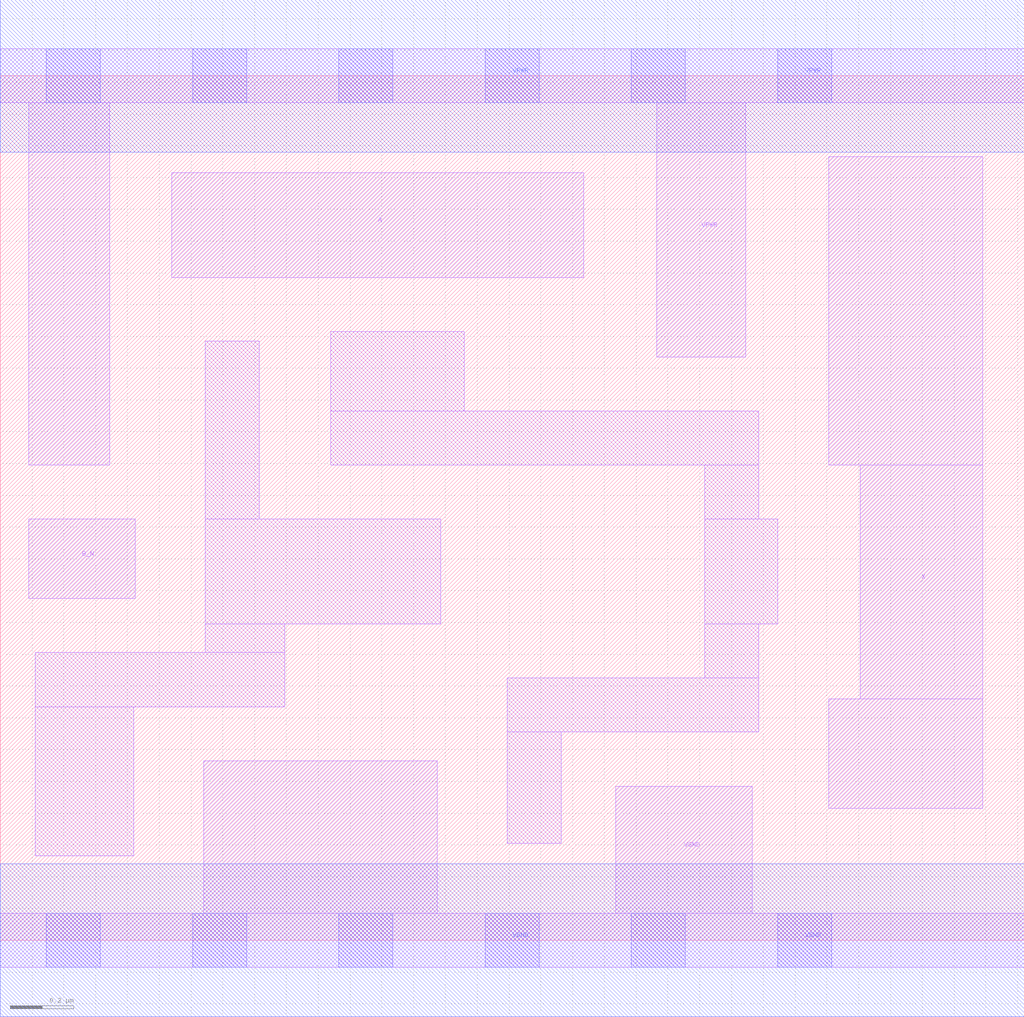
<source format=lef>
# Copyright 2020 The SkyWater PDK Authors
#
# Licensed under the Apache License, Version 2.0 (the "License");
# you may not use this file except in compliance with the License.
# You may obtain a copy of the License at
#
#     https://www.apache.org/licenses/LICENSE-2.0
#
# Unless required by applicable law or agreed to in writing, software
# distributed under the License is distributed on an "AS IS" BASIS,
# WITHOUT WARRANTIES OR CONDITIONS OF ANY KIND, either express or implied.
# See the License for the specific language governing permissions and
# limitations under the License.
#
# SPDX-License-Identifier: Apache-2.0

VERSION 5.7 ;
  NAMESCASESENSITIVE ON ;
  NOWIREEXTENSIONATPIN ON ;
  DIVIDERCHAR "/" ;
  BUSBITCHARS "[]" ;
UNITS
  DATABASE MICRONS 200 ;
END UNITS
PROPERTYDEFINITIONS
  MACRO maskLayoutSubType STRING ;
  MACRO prCellType STRING ;
  MACRO originalViewName STRING ;
END PROPERTYDEFINITIONS
MACRO sky130_fd_sc_hdll__or2b_1
  CLASS CORE ;
  FOREIGN sky130_fd_sc_hdll__or2b_1 ;
  ORIGIN  0.000000  0.000000 ;
  SIZE  3.220000 BY  2.720000 ;
  SYMMETRY X Y R90 ;
  SITE unithd ;
  PIN A
    ANTENNAGATEAREA  0.138600 ;
    DIRECTION INPUT ;
    USE SIGNAL ;
    PORT
      LAYER li1 ;
        RECT 0.540000 2.085000 1.835000 2.415000 ;
    END
  END A
  PIN B_N
    ANTENNAGATEAREA  0.138600 ;
    DIRECTION INPUT ;
    USE SIGNAL ;
    PORT
      LAYER li1 ;
        RECT 0.090000 1.075000 0.425000 1.325000 ;
    END
  END B_N
  PIN X
    ANTENNADIFFAREA  0.455500 ;
    DIRECTION OUTPUT ;
    USE SIGNAL ;
    PORT
      LAYER li1 ;
        RECT 2.605000 0.415000 3.090000 0.760000 ;
        RECT 2.605000 1.495000 3.090000 2.465000 ;
        RECT 2.705000 0.760000 3.090000 1.495000 ;
    END
  END X
  PIN VGND
    DIRECTION INOUT ;
    USE GROUND ;
    PORT
      LAYER li1 ;
        RECT 0.000000 -0.085000 3.220000 0.085000 ;
        RECT 0.640000  0.085000 1.375000 0.565000 ;
        RECT 1.935000  0.085000 2.365000 0.485000 ;
      LAYER mcon ;
        RECT 0.145000 -0.085000 0.315000 0.085000 ;
        RECT 0.605000 -0.085000 0.775000 0.085000 ;
        RECT 1.065000 -0.085000 1.235000 0.085000 ;
        RECT 1.525000 -0.085000 1.695000 0.085000 ;
        RECT 1.985000 -0.085000 2.155000 0.085000 ;
        RECT 2.445000 -0.085000 2.615000 0.085000 ;
      LAYER met1 ;
        RECT 0.000000 -0.240000 3.220000 0.240000 ;
    END
  END VGND
  PIN VPWR
    DIRECTION INOUT ;
    USE POWER ;
    PORT
      LAYER li1 ;
        RECT 0.000000 2.635000 3.220000 2.805000 ;
        RECT 0.090000 1.495000 0.345000 2.635000 ;
        RECT 2.065000 1.835000 2.345000 2.635000 ;
      LAYER mcon ;
        RECT 0.145000 2.635000 0.315000 2.805000 ;
        RECT 0.605000 2.635000 0.775000 2.805000 ;
        RECT 1.065000 2.635000 1.235000 2.805000 ;
        RECT 1.525000 2.635000 1.695000 2.805000 ;
        RECT 1.985000 2.635000 2.155000 2.805000 ;
        RECT 2.445000 2.635000 2.615000 2.805000 ;
      LAYER met1 ;
        RECT 0.000000 2.480000 3.220000 2.960000 ;
    END
  END VPWR
  OBS
    LAYER li1 ;
      RECT 0.110000 0.265000 0.420000 0.735000 ;
      RECT 0.110000 0.735000 0.895000 0.905000 ;
      RECT 0.645000 0.905000 0.895000 0.995000 ;
      RECT 0.645000 0.995000 1.385000 1.325000 ;
      RECT 0.645000 1.325000 0.815000 1.885000 ;
      RECT 1.040000 1.495000 2.385000 1.665000 ;
      RECT 1.040000 1.665000 1.460000 1.915000 ;
      RECT 1.595000 0.305000 1.765000 0.655000 ;
      RECT 1.595000 0.655000 2.385000 0.825000 ;
      RECT 2.215000 0.825000 2.385000 0.995000 ;
      RECT 2.215000 0.995000 2.445000 1.325000 ;
      RECT 2.215000 1.325000 2.385000 1.495000 ;
  END
  PROPERTY maskLayoutSubType "abstract" ;
  PROPERTY prCellType "standard" ;
  PROPERTY originalViewName "layout" ;
END sky130_fd_sc_hdll__or2b_1

</source>
